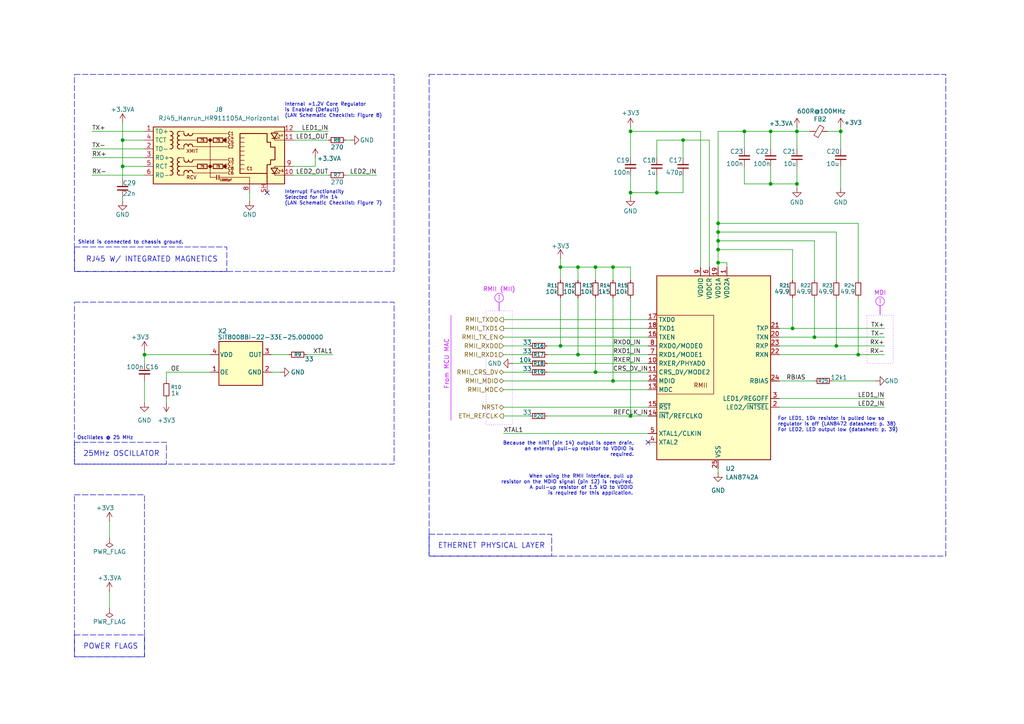
<source format=kicad_sch>
(kicad_sch (version 20250114) (generator "eeschema") (generator_version "9.0")
  (paper "A4")
  (title_block (title "Ethernet") (company "Liquid Rocketry Illinois"))
  (lib_symbols
    (symbol "Connector:RJ45_Hanrun_HR911105A_Horizontal"
      (property "Reference" "J" (at 18.415 10.16 0))
      (property "Value" "RJ45_Hanrun_HR911105A_Horizontal" (at -19.05 10.16 0))
      (symbol "RJ45_Hanrun_HR911105A_Horizontal_0_0"
        (circle (center -1.27 5.08) (radius 0.0001) (stroke (width 0.508)))
        (polyline (pts (xy -1.27 5.08) (xy -1.27 -5.715)))
        (circle (center -1.27 -2.54) (radius 0.0001) (stroke (width 0.508)))
        (polyline (pts (xy 0.635 -5.08) (xy 0.635 -6.35)) (stroke (width 0.254)))
        (polyline (pts (xy 1.27 -5.08) (xy 1.27 -6.35)) (stroke (width 0.254)))
        (polyline (pts (xy 3.048 5.08) (xy 2.54 5.08)))
        (circle (center 3.048 5.08) (radius 0.0001) (stroke (width 0.508)))
        (polyline (pts (xy 3.048 -2.54) (xy 2.54 -2.54)))
        (circle (center 3.048 -2.54) (radius 0.0001) (stroke (width 0.508)))
        (polyline (pts (xy 3.683 5.715) (xy 3.048 5.715) (xy 3.048 4.445) (xy 3.683 4.445)))
        (polyline (pts (xy 3.683 -1.905) (xy 3.048 -1.905) (xy 3.048 -3.175) (xy 3.683 -3.175)))
        (polyline (pts (xy 17.399 7.112) (xy 17.399 7.62) (xy 20.32 7.62)))
        (polyline (pts (xy 17.399 -3.048) (xy 17.399 -2.54) (xy 20.32 -2.54)))
        (polyline (pts (xy 20.32 5.08) (xy 17.399 5.08) (xy 17.399 5.588)))
        (polyline (pts (xy 20.32 -5.08) (xy 17.399 -5.08) (xy 17.399 -4.572)))
        (text "XMIT" (at -8.255 1.905 0) (effects (font (size 1.016 1.016)) (justify left)))
        (text "RCV" (at -8.255 -5.715 0) (effects (font (size 1.016 1.016)) (justify left)))
        (text "C1" (at 4.699 6.985 0) (effects (font (size 0.889 0.889))))
        (text "C4" (at 4.699 5.715 0) (effects (font (size 0.889 0.889))))
        (text "C5" (at 4.699 4.445 0) (effects (font (size 0.889 0.889))))
        (text "C2" (at 4.699 3.175 0) (effects (font (size 0.889 0.889))))
        (text "C3" (at 4.699 -0.635 0) (effects (font (size 0.889 0.889))))
        (text "C7" (at 4.699 -1.905 0) (effects (font (size 0.889 0.889))))
        (text "C8" (at 4.699 -3.175 0) (effects (font (size 0.889 0.889))))
        (text "C6" (at 4.699 -4.445 0) (effects (font (size 0.889 0.889))))
        (text "C1" (at 10.16 -3.175 0) (effects (font (size 0.889 0.889))))
      )
      (symbol "RJ45_Hanrun_HR911105A_Horizontal_0_1"
        (rectangle (start -17.78 8.89) (end 20.32 -7.62) (stroke (width 0.254)) (fill (type background)))
        (polyline (pts (xy -12.7 7.62) (xy -13.081 7.62)))
        (polyline (pts (xy -12.7 5.08) (xy -13.081 5.08)))
        (polyline (pts (xy -12.7 2.54) (xy -13.081 2.54)))
        (polyline (pts (xy -12.7 0) (xy -13.081 0)))
        (polyline (pts (xy -12.7 -2.54) (xy -13.081 -2.54)))
        (polyline (pts (xy -12.7 -5.08) (xy -13.081 -5.08)))
        (polyline (pts (xy -10.16 7.62) (xy -8.89 7.62) (xy -8.89 6.985)))
        (polyline (pts (xy -10.16 0) (xy -8.89 0) (xy -8.89 -0.635)))
        (polyline (pts (xy -8.89 3.175) (xy -8.89 2.54) (xy -10.16 2.54)))
        (polyline (pts (xy -8.89 -4.445) (xy -8.89 -5.08) (xy -10.16 -5.08)))
        (polyline (pts (xy -6.35 6.985) (xy 3.683 6.985)))
        (polyline (pts (xy -6.35 3.175) (xy 3.683 3.175)))
        (polyline (pts (xy -6.35 -4.445) (xy 3.683 -4.445)))
        (polyline (pts (xy -6.223 -0.635) (xy 3.683 -0.635)))
        (polyline (pts (xy -5.08 -2.54) (xy -10.16 -2.54)))
        (polyline (pts (xy -4.953 5.08) (xy -10.16 5.08)))
        (polyline (pts (xy -2.159 5.08) (xy -0.381 5.08)))
        (polyline (pts (xy -2.159 -2.54) (xy -0.381 -2.54)))
        (polyline (pts (xy 0.635 -5.715) (xy -1.27 -5.715)))
        (polyline (pts (xy 7.366 3.175) (xy 8.636 3.175)))
        (polyline (pts (xy 7.366 1.905) (xy 8.636 1.905)))
        (polyline (pts (xy 7.366 0.635) (xy 8.636 0.635)))
        (polyline (pts (xy 7.366 -0.762) (xy 8.636 -0.762)))
        (polyline (pts (xy 7.366 -2.032) (xy 8.636 -2.032)))
        (polyline (pts (xy 8.636 5.715) (xy 7.366 5.715)))
        (polyline (pts (xy 8.636 4.445) (xy 7.366 4.445)))
        (polyline (pts (xy 8.636 -3.302) (xy 7.366 -3.302)))
        (polyline (pts (xy 10.16 -5.715) (xy 1.27 -5.715)))
        (polyline (pts (xy 10.16 -5.715) (xy 10.16 -7.62)))
      )
      (symbol "RJ45_Hanrun_HR911105A_Horizontal_1_0"
        (text "1000pF" (at 3.302 -6.477 0) (effects (font (size 0.635 0.635))))
      )
      (symbol "RJ45_Hanrun_HR911105A_Horizontal_1_1"
        (arc (start -12.7 0) (mid -12.0677 -0.635) (end -12.7 -1.27) (stroke (width 0.254)))
        (arc (start -12.6973 7.62) (mid -12.065 6.985) (end -12.6973 6.35) (stroke (width 0.254)))
        (arc (start -12.6973 -1.27) (mid -12.065 -1.905) (end -12.6973 -2.54) (stroke (width 0.254)))
        (arc (start -12.6973 -2.54) (mid -12.065 -3.175) (end -12.6973 -3.81) (stroke (width 0.254)))
        (arc (start -12.6973 -3.81) (mid -12.065 -4.445) (end -12.6973 -5.08) (stroke (width 0.254)))
        (arc (start -12.6946 6.35) (mid -12.0623 5.715) (end -12.6946 5.08) (stroke (width 0.254)))
        (arc (start -12.6946 5.08) (mid -12.0623 4.445) (end -12.6946 3.81) (stroke (width 0.254)))
        (arc (start -12.6946 3.81) (mid -12.0623 3.175) (end -12.6946 2.54) (stroke (width 0.254)))
        (arc (start -10.1654 6.35) (mid -10.7977 6.985) (end -10.1654 7.62) (stroke (width 0.254)))
        (arc (start -10.1654 5.08) (mid -10.7977 5.715) (end -10.1654 6.35) (stroke (width 0.254)))
        (arc (start -10.1654 3.81) (mid -10.7977 4.445) (end -10.1654 5.08) (stroke (width 0.254)))
        (arc (start -10.1654 -1.27) (mid -10.7977 -0.635) (end -10.1654 0) (stroke (width 0.254)))
        (arc (start -10.1654 -2.54) (mid -10.7977 -1.905) (end -10.1654 -1.27) (stroke (width 0.254)))
        (arc (start -10.1654 -3.81) (mid -10.7977 -3.175) (end -10.1654 -2.54) (stroke (width 0.254)))
        (arc (start -10.1627 2.54) (mid -10.795 3.175) (end -10.1627 3.81) (stroke (width 0.254)))
        (arc (start -10.1627 -5.08) (mid -10.795 -4.445) (end -10.1627 -3.81) (stroke (width 0.254)))
        (arc (start -7.62 6.9823) (mid -8.255 6.35) (end -8.89 6.9823) (stroke (width 0.254)))
        (arc (start -8.89 3.3047) (mid -8.255 3.937) (end -7.62 3.3047) (stroke (width 0.254)))
        (arc (start -8.89 -4.3153) (mid -8.255 -3.683) (end -7.62 -4.3153) (stroke (width 0.254)))
        (arc (start -7.5565 -0.7012) (mid -8.1915 -1.3335) (end -8.8265 -0.7012) (stroke (width 0.254)))
        (arc (start -6.35 6.985) (mid -6.985 6.3527) (end -7.62 6.985) (stroke (width 0.254)))
        (arc (start -7.62 3.3074) (mid -6.985 3.9397) (end -6.35 3.3074) (stroke (width 0.254)))
        (arc (start -7.62 -4.3126) (mid -6.985 -3.6803) (end -6.35 -4.3126) (stroke (width 0.254)))
        (arc (start -6.2865 -0.6985) (mid -6.9215 -1.3308) (end -7.5565 -0.6985) (stroke (width 0.254)))
        (rectangle (start -4.953 5.715) (end -2.159 4.445) (stroke (width 0.254)))
        (rectangle (start -4.953 -1.905) (end -2.159 -3.175) (stroke (width 0.254)))
        (rectangle (start -0.381 5.715) (end 2.413 4.445) (stroke (width 0.254)))
        (rectangle (start -0.381 -1.905) (end 2.413 -3.175) (stroke (width 0.254)))
        (polyline (pts (xy 7.366 -4.572) (xy 7.366 6.985) (xy 15.24 6.985) (xy 15.24 4.445) (xy 16.256 4.445) (xy 16.256 3.048) (xy 17.526 3.048) (xy 17.526 -0.635) (xy 16.256 -0.635) (xy 16.256 -2.032) (xy 15.24 -2.032) (xy 15.24 -4.572) (xy 7.366 -4.572)) (stroke (width 0.254)))
        (polyline (pts (xy 15.24 -7.62) (xy 15.24 -4.572)) (stroke (width 0.254)))
        (polyline (pts (xy 18.161 5.588) (xy 16.637 5.588)) (stroke (width 0.254)))
        (polyline (pts (xy 18.161 -4.572) (xy 16.637 -4.572)) (stroke (width 0.254)))
        (polyline (pts (xy 18.288 7.112) (xy 16.383 7.112) (xy 17.399 5.588) (xy 18.288 7.112)) (stroke (width 0.254)))
        (polyline (pts (xy 18.288 6.096) (xy 18.796 5.588) (xy 18.542 5.588)))
        (polyline (pts (xy 18.288 -3.048) (xy 16.383 -3.048) (xy 17.399 -4.572) (xy 18.288 -3.048)) (stroke (width 0.254)))
        (polyline (pts (xy 18.288 -4.064) (xy 18.796 -4.572) (xy 18.542 -4.572)))
        (polyline (pts (xy 18.542 6.731) (xy 19.05 6.223) (xy 18.796 6.223)))
        (polyline (pts (xy 18.542 -3.429) (xy 19.05 -3.937) (xy 18.796 -3.937)))
        (polyline (pts (xy 18.796 5.588) (xy 18.796 5.842)))
        (polyline (pts (xy 18.796 -4.572) (xy 18.796 -4.318)))
        (polyline (pts (xy 19.05 6.223) (xy 19.05 6.477)))
        (polyline (pts (xy 19.05 -3.937) (xy 19.05 -3.683)))
        (text "75" (at -3.556 5.08 0) (effects (font (size 0.635 0.635))))
        (text "75" (at -3.556 -2.54 0) (effects (font (size 0.635 0.635))))
        (text "75" (at 1.016 5.08 0) (effects (font (size 0.635 0.635))))
        (text "75" (at 1.016 -2.54 0) (effects (font (size 0.635 0.635))))
        (text "Y" (at 19.558 6.35 0) (effects (font (size 0.635 0.635))))
        (text "G" (at 19.685 -3.81 0) (effects (font (size 0.635 0.635))))
        (pin passive line (at -20.32 7.62 0) (length 2.54) (name "TD+") (number "1"))
        (pin passive line (at -20.32 5.08 0) (length 2.54) (name "TCT") (number "4"))
        (pin passive line (at -20.32 2.54 0) (length 2.54) (name "TD-") (number "2"))
        (pin passive line (at -20.32 0 0) (length 2.54) (name "RD+") (number "3"))
        (pin passive line (at -20.32 -2.54 0) (length 2.54) (name "RCT") (number "5"))
        (pin passive line (at -20.32 -5.08 0) (length 2.54) (name "RD-") (number "6"))
        (pin power_in line (at 10.16 -10.16 90) (length 2.54) (name "") (number "8"))
        (pin passive line (at 15.24 -10.16 90) (length 2.54) (name "") (number "SH"))
        (pin no_connect line (at 20.32 0 0) (length 0) (hide yes) (name "NC") (number "7"))
        (pin passive line (at 22.86 7.62 180) (length 2.54) (name "") (number "12"))
        (pin passive line (at 22.86 5.08 180) (length 2.54) (name "") (number "11"))
        (pin passive line (at 22.86 -2.54 180) (length 2.54) (name "") (number "9"))
        (pin passive line (at 22.86 -5.08 180) (length 2.54) (name "") (number "10"))
      )
    )
    (symbol "Device:C_Small" (pin_numbers (hide yes)) (pin_names (offset 0.254) (hide yes))
      (property "Reference" "C" (at 0.254 1.778 0))
      (property "Value" "C_Small" (at 0.254 -2.032 0))
      (symbol "C_Small_0_1"
        (polyline (pts (xy -1.524 0.508) (xy 1.524 0.508)) (stroke (width 0.3048)))
        (polyline (pts (xy -1.524 -0.508) (xy 1.524 -0.508)) (stroke (width 0.3302)))
      )
      (symbol "C_Small_1_1"
        (pin passive line (at 0 2.54 270) (length 2.032) (name "~") (number "1"))
        (pin passive line (at 0 -2.54 90) (length 2.032) (name "~") (number "2"))
      )
    )
    (symbol "Device:FerriteBead_Small" (pin_numbers (hide yes)) (pin_names (offset 0))
      (property "Reference" "FB" (at 1.905 1.27 0))
      (property "Value" "FerriteBead_Small" (at 1.905 -1.27 0))
      (symbol "FerriteBead_Small_0_1"
        (polyline (pts (xy -1.8288 0.2794) (xy -1.1176 1.4986) (xy 1.8288 -0.2032) (xy 1.1176 -1.4224) (xy -1.8288 0.2794)))
        (polyline (pts (xy 0 0.889) (xy 0 1.2954)))
        (polyline (pts (xy 0 -1.27) (xy 0 -0.7874)))
      )
      (symbol "FerriteBead_Small_1_1"
        (pin passive line (at 0 2.54 270) (length 1.27) (name "~") (number "1"))
        (pin passive line (at 0 -2.54 90) (length 1.27) (name "~") (number "2"))
      )
    )
    (symbol "Device:R_Small" (pin_numbers (hide yes)) (pin_names (offset 0.254) (hide yes))
      (property "Reference" "R" (at 0 0 90))
      (property "Value" "R_Small" (at 1.778 0 90))
      (symbol "R_Small_0_1"
        (rectangle (start -0.762 1.778) (end 0.762 -1.778) (stroke (width 0.2032)))
      )
      (symbol "R_Small_1_1"
        (pin passive line (at 0 2.54 270) (length 0.762) (name "~") (number "1"))
        (pin passive line (at 0 -2.54 90) (length 0.762) (name "~") (number "2"))
      )
    )
    (symbol "Interface_Ethernet:LAN8742A"
      (property "Reference" "U" (at -13.97 29.21 0))
      (property "Value" "LAN8742A" (at 15.24 29.21 0))
      (symbol "LAN8742A_0_0"
        (text "RMII" (at -5.08 -3.81 0) (effects (font (size 1.27 1.27))))
      )
      (symbol "LAN8742A_0_1"
        (rectangle (start -17.78 27.94) (end 15.24 -25.4) (stroke (width 0.254)) (fill (type background)))
        (polyline (pts (xy -17.78 -6.35) (xy -1.27 -6.35) (xy -1.27 16.51) (xy -17.78 16.51)))
      )
      (symbol "LAN8742A_1_1"
        (pin input line (at -20.32 15.24 0) (length 2.54) (name "TXD0") (number "17"))
        (pin input line (at -20.32 12.7 0) (length 2.54) (name "TXD1") (number "18"))
        (pin input line (at -20.32 10.16 0) (length 2.54) (name "TXEN") (number "16"))
        (pin bidirectional line (at -20.32 7.62 0) (length 2.54) (name "RXD0/MODE0") (number "8"))
        (pin bidirectional line (at -20.32 5.08 0) (length 2.54) (name "RXD1/MODE1") (number "7"))
        (pin output line (at -20.32 2.54 0) (length 2.54) (name "RXER/PHYAD0") (number "10"))
        (pin bidirectional line (at -20.32 0 0) (length 2.54) (name "CRS_DV/MODE2") (number "11"))
        (pin bidirectional line (at -20.32 -2.54 0) (length 2.54) (name "MDIO") (number "12"))
        (pin input line (at -20.32 -5.08 0) (length 2.54) (name "MDC") (number "13"))
        (pin input line (at -20.32 -10.16 0) (length 2.54) (name "~{RST}") (number "15"))
        (pin output line (at -20.32 -12.7 0) (length 2.54) (name "~{INT}/REFCLKO") (number "14"))
        (pin input line (at -20.32 -17.78 0) (length 2.54) (name "XTAL1/CLKIN") (number "5"))
        (pin output line (at -20.32 -20.32 0) (length 2.54) (name "XTAL2") (number "4"))
        (pin power_in line (at -5.08 30.48 270) (length 2.54) (name "VDDIO") (number "9"))
        (pin power_in line (at -2.54 30.48 270) (length 2.54) (name "VDDCR") (number "6"))
        (pin power_in line (at 0 30.48 270) (length 2.54) (name "VDD1A") (number "19"))
        (pin power_in line (at 0 -27.94 90) (length 2.54) (name "VSS") (number "25"))
        (pin power_in line (at 2.54 30.48 270) (length 2.54) (name "VDD2A") (number "1"))
        (pin passive line (at 17.78 12.7 180) (length 2.54) (name "TXP") (number "21"))
        (pin passive line (at 17.78 10.16 180) (length 2.54) (name "TXN") (number "20"))
        (pin passive line (at 17.78 7.62 180) (length 2.54) (name "RXP") (number "23"))
        (pin passive line (at 17.78 5.08 180) (length 2.54) (name "RXN") (number "22"))
        (pin passive line (at 17.78 -2.54 180) (length 2.54) (name "RBIAS") (number "24"))
        (pin bidirectional line (at 17.78 -7.62 180) (length 2.54) (name "LED1/REGOFF") (number "3"))
        (pin bidirectional line (at 17.78 -10.16 180) (length 2.54) (name "LED2/~{INTSEL}") (number "2"))
      )
    )
    (symbol "SIT8008BI-22-33E-25.000000_1" (pin_names (offset 0.254))
      (property "Reference" "X" (at -5.842 9.906 0))
      (property "Value" "SIT8008BI-22-33E-25.000000" (at 8.636 7.874 0))
      (symbol "SIT8008BI-22-33E-25.000000_1_0_1"
        (rectangle (start -6.35 6.35) (end 6.35 -6.35) (stroke (width 0.254)) (fill (type background)))
        (pin output line (at -8.89 2.54 0) (length 2.54) (name "OE") (number "1"))
        (pin power_in line (at -8.89 -2.54 0) (length 2.54) (name "VDD") (number "4"))
        (pin output line (at 8.89 -2.54 180) (length 2.54) (name "OUT") (number "3"))
      )
      (symbol "SIT8008BI-22-33E-25.000000_1_1_1"
        (pin power_in line (at 8.89 2.54 180) (length 2.54) (name "GND") (number "2"))
      )
    )
    (symbol "power:+3.3VA" (power) (pin_numbers (hide yes)) (pin_names (offset 0) (hide yes))
      (property "Value" "+3.3VA" (at 0 3.556 0))
      (symbol "+3.3VA_0_1"
        (polyline (pts (xy -0.762 1.27) (xy 0 2.54)))
        (polyline (pts (xy 0 2.54) (xy 0.762 1.27)))
        (polyline (pts (xy 0 0) (xy 0 2.54)))
      )
      (symbol "+3.3VA_1_1"
        (pin power_in line (at 0 0 90) (length 0) (name "~") (number "1"))
      )
    )
    (symbol "power:+3V3" (power) (pin_numbers (hide yes)) (pin_names (offset 0) (hide yes))
      (property "Value" "+3V3" (at 0 3.556 0))
      (symbol "+3V3_0_1"
        (polyline (pts (xy -0.762 1.27) (xy 0 2.54)))
        (polyline (pts (xy 0 2.54) (xy 0.762 1.27)))
        (polyline (pts (xy 0 0) (xy 0 2.54)))
      )
      (symbol "+3V3_1_1"
        (pin power_in line (at 0 0 90) (length 0) (name "~") (number "1"))
      )
    )
    (symbol "power:GND" (power) (pin_numbers (hide yes)) (pin_names (offset 0) (hide yes))
      (property "Value" "GND" (at 0 -3.81 0))
      (symbol "GND_0_1"
        (polyline (pts (xy 0 0) (xy 0 -1.27) (xy 1.27 -1.27) (xy 0 -2.54) (xy -1.27 -1.27) (xy 0 -1.27)))
      )
      (symbol "GND_1_1"
        (pin power_in line (at 0 0 270) (length 0) (name "~") (number "1"))
      )
    )
    (symbol "power:PWR_FLAG" (power) (pin_numbers (hide yes)) (pin_names (offset 0) (hide yes))
      (property "Value" "PWR_FLAG" (at 0 3.81 0))
      (symbol "PWR_FLAG_0_0"
        (pin power_out line (at 0 0 90) (length 0) (name "~") (number "1"))
      )
      (symbol "PWR_FLAG_0_1"
        (polyline (pts (xy 0 0) (xy 0 1.27) (xy -1.016 1.905) (xy 0 2.54) (xy 1.016 1.905) (xy 0 1.27)))
      )
    )
  )
  (circle (center 255.27 87.376) (radius 1.27) (stroke (width 0) (color 194 12 255 1)))
  (rectangle (start 124.46 154.94) (end 160.02 161.29) (stroke (width 0) (type dash)))
  (circle (center 144.78 86.36) (radius 1.27) (stroke (width 0) (color 194 12 255 1)))
  (rectangle (start 124.46 21.59) (end 274.32 161.29) (stroke (width 0) (type dash)))
  (rectangle (start 140.97 90.17) (end 148.59 123.19) (stroke (width 0) (type dot) (color 194 12 255 1)))
  (rectangle (start 251.46 91.44) (end 259.08 105.41) (stroke (width 0) (type dot) (color 194 12 255 1)))
  (rectangle (start 21.59 143.51) (end 41.91 190.5) (stroke (width 0) (type dash)))
  (rectangle (start 21.59 21.59) (end 114.3 78.74) (stroke (width 0) (type dash)))
  (rectangle (start 21.59 87.63) (end 114.3 134.62) (stroke (width 0) (type dash)))
  (rectangle (start 21.59 128.27) (end 48.26 134.62) (stroke (width 0) (type dash)))
  (rectangle (start 21.59 184.15) (end 41.91 190.5) (stroke (width 0) (type dash)))
  (rectangle (start 21.59 71.628) (end 65.786 78.74) (stroke (width 0) (type dash)))
  (text "POWER FLAGS\n" (at 24.13 188.468 0) (effects (font (size 1.524 1.524)) (justify left bottom)))
  (text "From MCU MAC" (at 129.54 105.664 90) (effects (font (size 1.27 1.27))))
  (text "ETHERNET PHYSICAL LAYER\n" (at 127 159.258 0) (effects (font (size 1.524 1.524)) (justify left bottom)))
  (text "RJ45 W/ INTEGRATED MAGNETICS\n" (at 24.892 76.2 0) (effects (font (size 1.524 1.524)) (justify left bottom)))
  (text "Shield is connected to chassis ground." (at 22.606 70.358 0) (effects (font (size 1.016 1.016)) (justify left)))
  (text "i" (at 144.78 86.614 0) (effects (font (size 1.27 1.27) (thickness 0.1588))))
  (text "For LED1, 10k resistor is pulled low so \nregulator is off (LAN8472 datasheet: p. 38)\nFor LED2, LED output low (datasheet: p. 39)" (at 225.552 120.904 0) (effects (font (size 1.016 1.016)) (justify left top)))
  (text "Interrupt Functionality \nSelected for Pin 14\n(LAN Schematic Checklist: Figure 7)" (at 82.55 57.404 0) (effects (font (size 1.016 1.016)) (justify left)))
  (text "When using the RMII interface, pull up \nresistor on the MDIO signal (pin 12) is required. \nA pull-up resistor of 1.5 kΩ to VDDIO \nis required for this application. " (at 184.404 140.716 0) (effects (font (size 1.016 1.016)) (justify right)))
  (text "RMII (MII)" (at 144.78 84.074 0) (effects (font (size 1.27 1.27) (thickness 0.1588))))
  (text "25MHz OSCILLATOR\n" (at 24.13 132.588 0) (effects (font (size 1.524 1.524)) (justify left bottom)))
  (text "i" (at 255.27 87.63 0) (effects (font (size 1.27 1.27) (thickness 0.1588))))
  (text "Oscillates @ 25 MHz" (at 22.352 126.492 0) (effects (font (size 1.016 1.016)) (justify left top)))
  (text "MDI" (at 255.27 85.09 0) (effects (font (size 1.27 1.27) (thickness 0.1588))))
  (text "Internal +1.2V Core Regulator \nis Enabled (Default)\n(LAN Schematic Checklist: Figure 8)" (at 82.55 32.004 0) (effects (font (size 1.016 1.016)) (justify left)))
  (text "Because the nINT (pin 14) output is open drain, \nan external pull-up resistor to VDDIO is \nrequired. " (at 184.658 130.302 0) (effects (font (size 1.016 1.016)) (justify right)))
  (junction (at 198.12 40.64))
  (junction (at 182.88 38.1))
  (junction (at 172.72 107.95))
  (junction (at 215.9 38.1))
  (junction (at 208.28 64.77))
  (junction (at 177.8 110.49))
  (junction (at 167.64 102.87))
  (junction (at 167.64 77.47))
  (junction (at 243.84 38.1))
  (junction (at 208.28 67.31))
  (junction (at 172.72 77.47))
  (junction (at 231.14 38.1))
  (junction (at 177.8 77.47))
  (junction (at 35.56 40.64))
  (junction (at 208.28 69.85))
  (junction (at 182.88 120.65))
  (junction (at 236.22 97.79))
  (junction (at 190.5 55.88))
  (junction (at 231.14 53.34))
  (junction (at 35.56 48.26))
  (junction (at 182.88 55.88))
  (junction (at 208.28 76.2))
  (junction (at 41.91 102.87))
  (junction (at 223.52 38.1))
  (junction (at 248.92 102.87))
  (junction (at 223.52 53.34))
  (junction (at 162.56 77.47))
  (junction (at 242.57 100.33))
  (junction (at 162.56 100.33))
  (junction (at 229.87 95.25))
  (junction (at 208.28 72.39))
  (no_connect (at 187.96 128.27))
  (no_connect (at 77.47 55.88))
  (wire (pts (xy 41.91 102.87) (xy 60.96 102.87)))
  (wire (pts (xy 236.22 69.85) (xy 236.22 81.28)))
  (wire (pts (xy 208.28 38.1) (xy 215.9 38.1)))
  (wire (pts (xy 35.56 48.26) (xy 41.91 48.26)))
  (wire (pts (xy 146.05 107.95) (xy 153.67 107.95)))
  (wire (pts (xy 167.64 86.36) (xy 167.64 102.87)))
  (wire (pts (xy 31.75 171.45) (xy 31.75 176.53)))
  (wire (pts (xy 229.87 95.25) (xy 256.54 95.25)))
  (wire (pts (xy 215.9 38.1) (xy 215.9 43.18)))
  (wire (pts (xy 35.56 40.64) (xy 35.56 48.26)))
  (wire (pts (xy 162.56 100.33) (xy 187.96 100.33)))
  (wire (pts (xy 231.14 53.34) (xy 231.14 54.61)))
  (wire (pts (xy 215.9 48.26) (xy 215.9 53.34)))
  (wire (pts (xy 182.88 120.65) (xy 187.96 120.65)))
  (wire (pts (xy 172.72 86.36) (xy 172.72 107.95)))
  (wire (pts (xy 146.05 118.11) (xy 187.96 118.11)))
  (wire (pts (xy 26.67 50.8) (xy 41.91 50.8)))
  (wire (pts (xy 208.28 67.31) (xy 242.57 67.31)))
  (wire (pts (xy 146.05 95.25) (xy 187.96 95.25)))
  (wire (pts (xy 48.26 107.95) (xy 48.26 110.49)))
  (wire (pts (xy 31.75 151.13) (xy 31.75 156.21)))
  (wire (pts (xy 167.64 102.87) (xy 187.96 102.87)))
  (wire (pts (xy 162.56 86.36) (xy 162.56 100.33)))
  (wire (pts (xy 242.57 100.33) (xy 242.57 86.36)))
  (wire (pts (xy 231.14 38.1) (xy 223.52 38.1)))
  (wire (pts (xy 158.75 100.33) (xy 162.56 100.33)))
  (wire (pts (xy 248.92 86.36) (xy 248.92 102.87)))
  (wire (pts (xy 162.56 77.47) (xy 167.64 77.47)))
  (wire (pts (xy 182.88 77.47) (xy 182.88 81.28)))
  (wire (pts (xy 208.28 135.89) (xy 208.28 137.16)))
  (wire (pts (xy 78.74 102.87) (xy 83.82 102.87)))
  (wire (pts (xy 177.8 77.47) (xy 177.8 81.28)))
  (wire (pts (xy 231.14 53.34) (xy 223.52 53.34)))
  (wire (pts (xy 208.28 72.39) (xy 229.87 72.39)))
  (wire (pts (xy 88.9 102.87) (xy 96.52 102.87)))
  (wire (pts (xy 162.56 81.28) (xy 162.56 77.47)))
  (wire (pts (xy 146.05 113.03) (xy 187.96 113.03)))
  (wire (pts (xy 226.06 110.49) (xy 236.22 110.49)))
  (wire (pts (xy 243.84 38.1) (xy 240.03 38.1)))
  (wire (pts (xy 172.72 77.47) (xy 172.72 81.28)))
  (wire (pts (xy 100.33 50.8) (xy 109.22 50.8)))
  (wire (pts (xy 72.39 55.88) (xy 72.39 58.42)))
  (wire (pts (xy 208.28 77.47) (xy 208.28 76.2)))
  (wire (pts (xy 208.28 76.2) (xy 210.82 76.2)))
  (wire (pts (xy 198.12 50.8) (xy 198.12 55.88)))
  (wire (pts (xy 85.09 50.8) (xy 95.25 50.8)))
  (wire (pts (xy 158.75 105.41) (xy 187.96 105.41)))
  (wire (pts (xy 158.75 102.87) (xy 167.64 102.87)))
  (wire (pts (xy 41.91 110.49) (xy 41.91 116.84)))
  (wire (pts (xy 226.06 95.25) (xy 229.87 95.25)))
  (wire (pts (xy 26.67 43.18) (xy 41.91 43.18)))
  (polyline (pts (xy 255.27 88.646) (xy 255.27 91.186)) (stroke (width 0) (type solid) (color 194 12 255 1)))
  (wire (pts (xy 91.44 45.72) (xy 91.44 48.26)))
  (wire (pts (xy 146.05 92.71) (xy 187.96 92.71)))
  (wire (pts (xy 241.3 110.49) (xy 254 110.49)))
  (wire (pts (xy 81.28 107.95) (xy 78.74 107.95)))
  (wire (pts (xy 234.95 38.1) (xy 231.14 38.1)))
  (wire (pts (xy 26.67 38.1) (xy 41.91 38.1)))
  (wire (pts (xy 146.05 125.73) (xy 187.96 125.73)))
  (wire (pts (xy 172.72 107.95) (xy 187.96 107.95)))
  (wire (pts (xy 226.06 102.87) (xy 248.92 102.87)))
  (wire (pts (xy 226.06 118.11) (xy 256.54 118.11)))
  (wire (pts (xy 26.67 45.72) (xy 41.91 45.72)))
  (wire (pts (xy 208.28 67.31) (xy 208.28 69.85)))
  (wire (pts (xy 226.06 115.57) (xy 256.54 115.57)))
  (wire (pts (xy 182.88 50.8) (xy 182.88 55.88)))
  (wire (pts (xy 231.14 48.26) (xy 231.14 53.34)))
  (wire (pts (xy 223.52 38.1) (xy 223.52 43.18)))
  (wire (pts (xy 100.33 40.64) (xy 101.6 40.64)))
  (polyline (pts (xy 130.81 91.44) (xy 130.81 121.92)) (stroke (width 0) (type solid) (color 194 12 255 1)))
  (wire (pts (xy 190.5 40.64) (xy 198.12 40.64)))
  (wire (pts (xy 182.88 57.15) (xy 182.88 55.88)))
  (wire (pts (xy 172.72 77.47) (xy 177.8 77.47)))
  (wire (pts (xy 182.88 38.1) (xy 203.2 38.1)))
  (wire (pts (xy 158.75 120.65) (xy 182.88 120.65)))
  (wire (pts (xy 198.12 55.88) (xy 190.5 55.88)))
  (wire (pts (xy 231.14 38.1) (xy 231.14 43.18)))
  (wire (pts (xy 243.84 38.1) (xy 243.84 43.18)))
  (wire (pts (xy 208.28 38.1) (xy 208.28 64.77)))
  (wire (pts (xy 177.8 86.36) (xy 177.8 110.49)))
  (wire (pts (xy 223.52 48.26) (xy 223.52 53.34)))
  (wire (pts (xy 35.56 35.56) (xy 35.56 40.64)))
  (wire (pts (xy 198.12 40.64) (xy 198.12 45.72)))
  (polyline (pts (xy 255.27 88.646) (xy 255.27 91.186)) (stroke (width 0) (type solid) (color 194 12 255 1)))
  (wire (pts (xy 85.09 40.64) (xy 95.25 40.64)))
  (wire (pts (xy 226.06 97.79) (xy 236.22 97.79)))
  (wire (pts (xy 48.26 115.57) (xy 48.26 116.84)))
  (wire (pts (xy 41.91 105.41) (xy 41.91 102.87)))
  (wire (pts (xy 223.52 53.34) (xy 215.9 53.34)))
  (wire (pts (xy 182.88 55.88) (xy 190.5 55.88)))
  (wire (pts (xy 182.88 86.36) (xy 182.88 120.65)))
  (wire (pts (xy 198.12 40.64) (xy 205.74 40.64)))
  (wire (pts (xy 205.74 40.64) (xy 205.74 77.47)))
  (wire (pts (xy 203.2 38.1) (xy 203.2 77.47)))
  (wire (pts (xy 229.87 95.25) (xy 229.87 86.36)))
  (wire (pts (xy 162.56 74.93) (xy 162.56 77.47)))
  (wire (pts (xy 146.05 100.33) (xy 153.67 100.33)))
  (wire (pts (xy 248.92 64.77) (xy 248.92 81.28)))
  (wire (pts (xy 146.05 102.87) (xy 153.67 102.87)))
  (wire (pts (xy 190.5 55.88) (xy 190.5 50.8)))
  (wire (pts (xy 146.05 97.79) (xy 187.96 97.79)))
  (wire (pts (xy 35.56 40.64) (xy 41.91 40.64)))
  (polyline (pts (xy 144.78 87.63) (xy 144.78 90.17)) (stroke (width 0) (type solid) (color 194 12 255 1)))
  (wire (pts (xy 182.88 36.83) (xy 182.88 38.1)))
  (wire (pts (xy 236.22 97.79) (xy 256.54 97.79)))
  (wire (pts (xy 248.92 102.87) (xy 256.54 102.87)))
  (wire (pts (xy 85.09 48.26) (xy 91.44 48.26)))
  (wire (pts (xy 236.22 86.36) (xy 236.22 97.79)))
  (wire (pts (xy 208.28 69.85) (xy 236.22 69.85)))
  (wire (pts (xy 146.05 110.49) (xy 177.8 110.49)))
  (wire (pts (xy 210.82 76.2) (xy 210.82 77.47)))
  (wire (pts (xy 148.59 105.41) (xy 153.67 105.41)))
  (wire (pts (xy 208.28 72.39) (xy 208.28 76.2)))
  (wire (pts (xy 35.56 57.15) (xy 35.56 58.42)))
  (wire (pts (xy 223.52 38.1) (xy 215.9 38.1)))
  (wire (pts (xy 158.75 107.95) (xy 172.72 107.95)))
  (wire (pts (xy 242.57 67.31) (xy 242.57 81.28)))
  (wire (pts (xy 177.8 110.49) (xy 187.96 110.49)))
  (wire (pts (xy 242.57 100.33) (xy 256.54 100.33)))
  (polyline (pts (xy 144.78 87.63) (xy 144.78 90.17)) (stroke (width 0) (type solid) (color 194 12 255 1)))
  (wire (pts (xy 243.84 48.26) (xy 243.84 54.61)))
  (wire (pts (xy 208.28 64.77) (xy 248.92 64.77)))
  (wire (pts (xy 167.64 77.47) (xy 172.72 77.47)))
  (wire (pts (xy 231.14 36.83) (xy 231.14 38.1)))
  (wire (pts (xy 177.8 77.47) (xy 182.88 77.47)))
  (wire (pts (xy 41.91 101.6) (xy 41.91 102.87)))
  (wire (pts (xy 243.84 36.83) (xy 243.84 38.1)))
  (wire (pts (xy 146.05 120.65) (xy 153.67 120.65)))
  (wire (pts (xy 167.64 77.47) (xy 167.64 81.28)))
  (wire (pts (xy 182.88 38.1) (xy 182.88 45.72)))
  (wire (pts (xy 226.06 100.33) (xy 242.57 100.33)))
  (wire (pts (xy 190.5 40.64) (xy 190.5 45.72)))
  (wire (pts (xy 35.56 48.26) (xy 35.56 52.07)))
  (wire (pts (xy 85.09 38.1) (xy 95.25 38.1)))
  (wire (pts (xy 60.96 107.95) (xy 48.26 107.95)))
  (wire (pts (xy 229.87 72.39) (xy 229.87 81.28)))
  (wire (pts (xy 208.28 64.77) (xy 208.28 67.31)))
  (wire (pts (xy 208.28 69.85) (xy 208.28 72.39)))
  (label "TX-" (at 26.67 43.18 0))
  (label "XTAL1" (at 146.05 125.73 0))
  (label "RX+" (at 256.54 100.33 180))
  (label "LED1_OUT" (at 95.25 40.64 180))
  (label "TX+" (at 256.54 95.25 180))
  (label "RXD0_IN" (at 177.8 100.33 0))
  (label "TX+" (at 26.67 38.1 0))
  (label "RX-" (at 26.67 50.8 0))
  (label "RXER_IN" (at 177.8 105.41 0))
  (label "OE" (at 49.53 107.95 0))
  (label "RBIAS" (at 233.68 110.49 180))
  (label "LED1_IN" (at 95.25 38.1 180))
  (label "TX-" (at 256.54 97.79 180))
  (label "LED2_IN" (at 109.22 50.8 180))
  (label "RX+" (at 26.67 45.72 0))
  (label "XTAL1" (at 96.52 102.87 180))
  (label "REFCLK_IN" (at 177.8 120.65 0))
  (label "RX-" (at 256.54 102.87 180))
  (label "LED1_IN" (at 256.54 115.57 180))
  (label "RXD1_IN" (at 177.8 102.87 0))
  (label "CRS_DV_IN" (at 177.8 107.95 0))
  (label "LED2_OUT" (at 95.25 50.8 180))
  (label "LED2_IN" (at 256.54 118.11 180))
  (hierarchical_label "RMII_TX_EN" (shape bidirectional) (at 146.05 97.79 180))
  (hierarchical_label "RMII_CRS_DV" (shape bidirectional) (at 146.05 107.95 180))
  (hierarchical_label "RMII_MDC" (shape bidirectional) (at 146.05 113.03 180))
  (hierarchical_label "RMII_RXD1" (shape input) (at 146.05 102.87 180))
  (hierarchical_label "RMII_MDIO" (shape bidirectional) (at 146.05 110.49 180))
  (hierarchical_label "RMII_TXD1" (shape output) (at 146.05 95.25 180))
  (hierarchical_label "RMII_RXD0" (shape input) (at 146.05 100.33 180))
  (hierarchical_label "RMII_TXD0" (shape output) (at 146.05 92.71 180))
  (hierarchical_label "ETH_REFCLK" (shape output) (at 146.05 120.65 180))
  (hierarchical_label "NRST" (shape tri_state) (at 146.05 118.11 180))
  (symbol (lib_id "Device:R_Small") (at 156.21 100.33 90) (unit 1)
    (property "Reference" "R16" (at 156.21 100.33 90) (effects (font (size 1.016 1.016))))
    (property "Value" "33" (at 152.908 99.314 90))
    (property "Footprint" "Resistor_SMD:R_0603_1608Metric" (effects (hide yes)))
    (property "Description" "Resistor, small symbol" (effects (hide yes)))
  )
  (symbol (lib_id "Device:C_Small") (at 231.14 45.72 180) (unit 1)
    (property "Reference" "C21" (at 230.886 43.942 0) (effects (justify left)))
    (property "Value" "10u" (at 229.108 47.498 0))
    (property "Footprint" "Capacitor_SMD:C_0603_1608Metric" (effects (hide yes)))
    (property "Description" "Unpolarized capacitor, small symbol" (effects (hide yes)))
  )
  (symbol (lib_id "Device:R_Small") (at 162.56 83.82 0) (unit 1)
    (property "Reference" "R11" (at 161.798 82.804 0) (effects (font (size 1.016 1.016)) (justify right)))
    (property "Value" "10k" (at 160.02 84.582 0))
    (property "Footprint" "Resistor_SMD:R_0603_1608Metric" (effects (hide yes)))
    (property "Description" "Resistor, small symbol" (effects (hide yes)))
  )
  (symbol (lib_id "power:+3.3VA") (at 91.44 45.72 0) (unit 1)
    (property "Reference" "#PWR041" (effects (hide yes)))
    (property "Value" "+3.3VA" (at 91.948 45.974 0) (effects (justify left)))
    (property "Description" "Power symbol creates a global label with name \"+3.3VA\"" (effects (hide yes)))
  )
  (symbol (lib_id "Device:R_Small") (at 236.22 83.82 0) (unit 1)
    (property "Reference" "R22" (at 235.204 82.804 0) (effects (font (size 1.016 1.016)) (justify right)))
    (property "Value" "49.9" (at 233.172 84.582 0))
    (property "Footprint" "Resistor_SMD:R_0603_1608Metric" (effects (hide yes)))
    (property "Description" "Resistor, small symbol" (effects (hide yes)))
  )
  (symbol (lib_id "Device:R_Small") (at 167.64 83.82 0) (unit 1)
    (property "Reference" "R12" (at 166.878 82.804 0) (effects (font (size 1.016 1.016)) (justify right)))
    (property "Value" "10k" (at 165.1 84.582 0))
    (property "Footprint" "Resistor_SMD:R_0603_1608Metric" (effects (hide yes)))
    (property "Description" "Resistor, small symbol" (effects (hide yes)))
  )
  (symbol (lib_id "Device:C_Small") (at 190.5 48.26 180) (unit 1)
    (property "Reference" "C18" (at 190.246 46.482 0) (effects (justify left)))
    (property "Value" "1u" (at 188.976 50.038 0))
    (property "Footprint" "Capacitor_SMD:C_0603_1608Metric" (effects (hide yes)))
    (property "Description" "Unpolarized capacitor, small symbol" (effects (hide yes)))
  )
  (symbol (lib_id "power:PWR_FLAG") (at 31.75 176.53 180) (unit 1)
    (property "Reference" "#FLG06" (effects (hide yes)))
    (property "Value" "PWR_FLAG" (at 31.75 180.34 0))
    (property "Description" "Special symbol for telling ERC where power comes from" (effects (hide yes)))
  )
  (symbol (lib_id "Device:R_Small") (at 177.8 83.82 0) (unit 1)
    (property "Reference" "R14" (at 177.038 82.804 0) (effects (font (size 1.016 1.016)) (justify right)))
    (property "Value" "1k5" (at 175.26 84.582 0))
    (property "Footprint" "Resistor_SMD:R_0603_1608Metric" (effects (hide yes)))
    (property "Description" "Resistor, small symbol" (effects (hide yes)))
  )
  (symbol (lib_id "power:+3V3") (at 162.56 74.93 0) (unit 1)
    (property "Reference" "#PWR013" (effects (hide yes)))
    (property "Value" "+3V3" (at 162.56 71.374 0))
    (property "Description" "Power symbol creates a global label with name \"+3V3\"" (effects (hide yes)))
  )
  (symbol (lib_id "Device:FerriteBead_Small") (at 237.49 38.1 270) (unit 1)
    (property "Reference" "FB2" (at 235.966 34.544 90) (effects (justify left)))
    (property "Value" "600R@100MHz" (at 231.14 32.258 90) (effects (justify left)))
    (property "Footprint" "Inductor_SMD:L_0603_1608Metric" (effects (hide yes)))
    (property "Description" "Ferrite bead, small symbol" (effects (hide yes)))
  )
  (symbol (lib_id "Device:R_Small") (at 156.21 102.87 90) (unit 1)
    (property "Reference" "R17" (at 156.21 102.87 90) (effects (font (size 1.016 1.016))))
    (property "Value" "33" (at 152.908 101.854 90))
    (property "Footprint" "Resistor_SMD:R_0603_1608Metric" (effects (hide yes)))
    (property "Description" "Resistor, small symbol" (effects (hide yes)))
  )
  (symbol (lib_id "Device:R_Small") (at 97.79 50.8 90) (unit 1)
    (property "Reference" "R7" (at 97.79 50.8 90) (effects (font (size 1.016 1.016))))
    (property "Value" "270" (at 97.79 52.832 90))
    (property "Footprint" "Resistor_SMD:R_0603_1608Metric" (effects (hide yes)))
    (property "Description" "Resistor, small symbol" (effects (hide yes)))
  )
  (symbol (lib_id "Device:R_Small") (at 242.57 83.82 0) (unit 1)
    (property "Reference" "R23" (at 241.554 82.804 0) (effects (font (size 1.016 1.016)) (justify right)))
    (property "Value" "49.9" (at 239.522 84.582 0))
    (property "Footprint" "Resistor_SMD:R_0603_1608Metric" (effects (hide yes)))
    (property "Description" "Resistor, small symbol" (effects (hide yes)))
  )
  (symbol (lib_id "power:GND") (at 254 110.49 90) (unit 1)
    (property "Reference" "#PWR04" (effects (hide yes)))
    (property "Value" "GND" (at 256.54 110.49 90) (effects (justify right)))
    (property "Description" "Power symbol creates a global label with name \"GND\" , ground" (effects (hide yes)))
  )
  (symbol (lib_id "power:GND") (at 208.28 137.16 0) (unit 1)
    (property "Reference" "#PWR05" (effects (hide yes)))
    (property "Value" "GND" (at 208.28 142.24 0))
    (property "Description" "Power symbol creates a global label with name \"GND\" , ground" (effects (hide yes)))
  )
  (symbol (lib_id "power:PWR_FLAG") (at 31.75 156.21 180) (unit 1)
    (property "Reference" "#FLG01" (effects (hide yes)))
    (property "Value" "PWR_FLAG" (at 31.75 160.02 0))
    (property "Description" "Special symbol for telling ERC where power comes from" (effects (hide yes)))
  )
  (symbol (lib_id "power:+3V3") (at 41.91 101.6 0) (unit 1)
    (property "Reference" "#PWR01" (effects (hide yes)))
    (property "Value" "+3V3" (at 40.64 97.79 0))
    (property "Description" "Power symbol creates a global label with name \"+3V3\"" (effects (hide yes)))
  )
  (symbol (lib_id "Device:R_Small") (at 182.88 83.82 0) (unit 1)
    (property "Reference" "R15" (at 182.118 82.804 0) (effects (font (size 1.016 1.016)) (justify right)))
    (property "Value" "10k" (at 180.34 84.582 0))
    (property "Footprint" "Resistor_SMD:R_0603_1608Metric" (effects (hide yes)))
    (property "Description" "Resistor, small symbol" (effects (hide yes)))
  )
  (symbol (lib_id "Device:R_Small") (at 97.79 40.64 90) (unit 1)
    (property "Reference" "R8" (at 97.79 40.64 90) (effects (font (size 1.016 1.016))))
    (property "Value" "270" (at 97.79 42.672 90))
    (property "Footprint" "Resistor_SMD:R_0603_1608Metric" (effects (hide yes)))
    (property "Description" "Resistor, small symbol" (effects (hide yes)))
  )
  (symbol (lib_id "Connector:RJ45_Hanrun_HR911105A_Horizontal") (at 62.23 45.72 0) (unit 1)
    (property "Reference" "J8" (at 63.5 31.75 0))
    (property "Value" "RJ45_Hanrun_HR911105A_Horizontal" (at 63.5 34.29 0))
    (property "Footprint" "Connector_RJ:RJ45_Hanrun_HR911105A_Horizontal" (effects (hide yes)))
    (property "Datasheet" "https://datasheet.lcsc.com/lcsc/1811141815_HANRUN-Zhongshan-HanRun-Elec-HR911105A_C12074.pdf" (effects (hide yes)))
    (property "Description" "1 Port RJ45 Magjack Connector Through Hole 10/100 Base-T, AutoMDIX" (effects (hide yes)))
  )
  (symbol (lib_id "power:+3V3") (at 31.75 151.13 0) (unit 1)
    (property "Reference" "#PWR035" (effects (hide yes)))
    (property "Value" "+3V3" (at 30.48 147.32 0))
    (property "Description" "Power symbol creates a global label with name \"+3V3\"" (effects (hide yes)))
  )
  (symbol (lib_id "power:GND") (at 101.6 40.64 90) (unit 1)
    (property "Reference" "#PWR033" (effects (hide yes)))
    (property "Value" "GND" (at 106.426 40.64 90))
    (property "Description" "Power symbol creates a global label with name \"GND\" , ground" (effects (hide yes)))
  )
  (symbol (lib_id "Device:R_Small") (at 48.26 113.03 0) (unit 1)
    (property "Reference" "R10" (at 49.53 112.268 0) (effects (font (size 1.016 1.016)) (justify left)))
    (property "Value" "1k" (at 50.8 114.046 0))
    (property "Footprint" "Resistor_SMD:R_0603_1608Metric" (effects (hide yes)))
    (property "Description" "Resistor, small symbol" (effects (hide yes)))
  )
  (symbol (lib_id "power:GND") (at 35.56 58.42 0) (unit 1)
    (property "Reference" "#PWR012" (effects (hide yes)))
    (property "Value" "GND" (at 35.56 62.23 0))
    (property "Description" "Power symbol creates a global label with name \"GND\" , ground" (effects (hide yes)))
  )
  (symbol (lib_id "Device:R_Small") (at 229.87 83.82 0) (unit 1)
    (property "Reference" "R21" (at 229.108 82.804 0) (effects (font (size 1.016 1.016)) (justify right)))
    (property "Value" "49.9" (at 226.822 84.582 0))
    (property "Footprint" "Resistor_SMD:R_0603_1608Metric" (effects (hide yes)))
    (property "Description" "Resistor, small symbol" (effects (hide yes)))
  )
  (symbol (lib_id "Device:R_Small") (at 156.21 107.95 90) (unit 1)
    (property "Reference" "R19" (at 156.21 107.95 90) (effects (font (size 1.016 1.016))))
    (property "Value" "33" (at 152.908 106.934 90))
    (property "Footprint" "Resistor_SMD:R_0603_1608Metric" (effects (hide yes)))
    (property "Description" "Resistor, small symbol" (effects (hide yes)))
  )
  (symbol (lib_id "Device:C_Small") (at 182.88 48.26 180) (unit 1)
    (property "Reference" "C19" (at 182.626 46.482 0) (effects (justify left)))
    (property "Value" "100n" (at 180.34 50.038 0))
    (property "Footprint" "Capacitor_SMD:C_0402_1005Metric" (effects (hide yes)))
    (property "Description" "Unpolarized capacitor, small symbol" (effects (hide yes)))
  )
  (symbol (lib_id "Device:C_Small") (at 35.56 54.61 180) (unit 1)
    (property "Reference" "C29" (at 35.56 53.086 0) (effects (justify right)))
    (property "Value" "22n" (at 35.56 56.134 0) (effects (justify right)))
    (property "Footprint" "Capacitor_SMD:C_0603_1608Metric" (effects (hide yes)))
    (property "Description" "Unpolarized capacitor, small symbol" (effects (hide yes)))
  )
  (symbol (lib_id "power:GND") (at 148.59 105.41 270) (unit 1)
    (property "Reference" "#PWR011" (effects (hide yes)))
    (property "Value" "GND" (at 145.542 105.41 90) (effects (justify right)))
    (property "Description" "Power symbol creates a global label with name \"GND\" , ground" (effects (hide yes)))
  )
  (symbol (lib_id "power:GND") (at 182.88 57.15 0) (unit 1)
    (property "Reference" "#PWR02" (effects (hide yes)))
    (property "Value" "GND" (at 184.912 61.214 0) (effects (justify right)))
    (property "Description" "Power symbol creates a global label with name \"GND\" , ground" (effects (hide yes)))
  )
  (symbol (lib_id "power:+3V3") (at 182.88 36.83 0) (unit 1)
    (property "Reference" "#PWR062" (effects (hide yes)))
    (property "Value" "+3V3" (at 182.88 32.766 0))
    (property "Description" "Power symbol creates a global label with name \"+3V3\"" (effects (hide yes)))
  )
  (symbol (lib_id "Device:R_Small") (at 248.92 83.82 0) (unit 1)
    (property "Reference" "R24" (at 247.904 82.804 0) (effects (font (size 1.016 1.016)) (justify right)))
    (property "Value" "49.9" (at 245.872 84.582 0))
    (property "Footprint" "Resistor_SMD:R_0603_1608Metric" (effects (hide yes)))
    (property "Description" "Resistor, small symbol" (effects (hide yes)))
  )
  (symbol (lib_id "power:+3.3VA") (at 231.14 36.83 0) (unit 1)
    (property "Reference" "#PWR07" (effects (hide yes)))
    (property "Value" "+3.3VA" (at 223.012 35.814 0) (effects (justify left)))
    (property "Description" "Power symbol creates a global label with name \"+3.3VA\"" (effects (hide yes)))
  )
  (symbol (lib_id "Device:R_Small") (at 156.21 105.41 90) (unit 1)
    (property "Reference" "R18" (at 156.21 105.41 90) (effects (font (size 1.016 1.016))))
    (property "Value" "10k" (at 152.4 104.394 90))
    (property "Footprint" "Resistor_SMD:R_0603_1608Metric" (effects (hide yes)))
    (property "Description" "Resistor, small symbol" (effects (hide yes)))
  )
  (symbol (lib_id "Device:C_Small") (at 223.52 45.72 180) (unit 1)
    (property "Reference" "C22" (at 223.012 43.942 0) (effects (justify left)))
    (property "Value" "100n" (at 220.98 47.498 0))
    (property "Footprint" "Capacitor_SMD:C_0402_1005Metric" (effects (hide yes)))
    (property "Description" "Unpolarized capacitor, small symbol" (effects (hide yes)))
  )
  (symbol (lib_id "Device:R_Small") (at 86.36 102.87 90) (unit 1)
    (property "Reference" "R9" (at 86.36 102.87 90) (effects (font (size 1.016 1.016))))
    (property "Value" "33" (at 89.662 104.14 90))
    (property "Footprint" "Resistor_SMD:R_0603_1608Metric" (effects (hide yes)))
    (property "Description" "Resistor, small symbol" (effects (hide yes)))
  )
  (symbol (lib_id "Device:R_Small") (at 156.21 120.65 90) (unit 1)
    (property "Reference" "R20" (at 156.21 120.65 90) (effects (font (size 1.016 1.016))))
    (property "Value" "33" (at 152.908 119.634 90))
    (property "Footprint" "Resistor_SMD:R_0603_1608Metric" (effects (hide yes)))
    (property "Description" "Resistor, small symbol" (effects (hide yes)))
  )
  (symbol (lib_id "Interface_Ethernet:LAN8742A") (at 208.28 107.95 0) (unit 1)
    (property "Reference" "U2" (at 210.4233 135.89 0) (effects (justify left)))
    (property "Value" "LAN8742A" (at 210.4233 138.43 0) (effects (justify left)))
    (property "Footprint" "Package_DFN_QFN:VQFN-24-1EP_4x4mm_P0.5mm_EP2.5x2.5mm_ThermalVias" (effects (hide yes)))
    (property "Datasheet" "http://ww1.microchip.com/downloads/en/DeviceDoc/8742a.pdf" (effects (hide yes)))
    (property "Description" "LAN8720 Ethernet PHY with RMII interface, QFN-24" (effects (hide yes)))
  )
  (symbol (lib_id "power:GND") (at 81.28 107.95 90) (unit 1)
    (property "Reference" "#PWR058" (effects (hide yes)))
    (property "Value" "GND" (at 84.328 107.95 90) (effects (justify right)))
    (property "Description" "Power symbol creates a global label with name \"GND\" , ground" (effects (hide yes)))
  )
  (symbol (lib_id "power:+3.3VA") (at 35.56 35.56 0) (unit 1)
    (property "Reference" "#PWR09" (effects (hide yes)))
    (property "Value" "+3.3VA" (at 35.56 31.75 0))
    (property "Description" "Power symbol creates a global label with name \"+3.3VA\"" (effects (hide yes)))
  )
  (symbol (lib_id "Device:C_Small") (at 41.91 107.95 0) (unit 1)
    (property "Reference" "C16" (at 42.164 106.426 0) (effects (justify left)))
    (property "Value" "100n" (at 41.656 106.426 0) (effects (justify right)))
    (property "Footprint" "Capacitor_SMD:C_0603_1608Metric" (effects (hide yes)))
    (property "Description" "Unpolarized capacitor, small symbol" (effects (hide yes)))
  )
  (symbol (lib_id "Device:R_Small") (at 172.72 83.82 0) (unit 1)
    (property "Reference" "R13" (at 171.958 82.804 0) (effects (font (size 1.016 1.016)) (justify right)))
    (property "Value" "10k" (at 170.18 84.582 0))
    (property "Footprint" "Resistor_SMD:R_0603_1608Metric" (effects (hide yes)))
    (property "Description" "Resistor, small symbol" (effects (hide yes)))
  )
  (symbol (lib_id "power:GND") (at 41.91 116.84 0) (unit 1)
    (property "Reference" "#PWR014" (effects (hide yes)))
    (property "Value" "GND" (at 43.942 121.92 0) (effects (justify right)))
    (property "Description" "Power symbol creates a global label with name \"GND\" , ground" (effects (hide yes)))
  )
  (symbol (lib_id "power:GND") (at 231.14 54.61 0) (unit 1)
    (property "Reference" "#PWR03" (effects (hide yes)))
    (property "Value" "GND" (at 233.172 58.674 0) (effects (justify right)))
    (property "Description" "Power symbol creates a global label with name \"GND\" , ground" (effects (hide yes)))
  )
  (symbol (lib_id "power:+3.3VA") (at 31.75 171.45 0) (unit 1)
    (property "Reference" "#PWR042" (effects (hide yes)))
    (property "Value" "+3.3VA" (at 31.75 167.64 0))
    (property "Description" "Power symbol creates a global label with name \"+3.3VA\"" (effects (hide yes)))
  )
  (symbol (lib_id "Device:C_Small") (at 198.12 48.26 180) (unit 1)
    (property "Reference" "C17" (at 197.866 46.482 0) (effects (justify left)))
    (property "Value" "470p" (at 195.58 50.038 0))
    (property "Footprint" "Capacitor_SMD:C_0603_1608Metric" (effects (hide yes)))
    (property "Description" "Unpolarized capacitor, small symbol" (effects (hide yes)))
  )
  (symbol (lib_id "Device:C_Small") (at 243.84 45.72 180) (unit 1)
    (property "Reference" "C20" (at 243.586 43.942 0) (effects (justify left)))
    (property "Value" "10u" (at 241.554 47.498 0))
    (property "Footprint" "Capacitor_SMD:C_0603_1608Metric" (effects (hide yes)))
    (property "Description" "Unpolarized capacitor, small symbol" (effects (hide yes)))
  )
  (symbol (lib_id "Device:C_Small") (at 215.9 45.72 180) (unit 1)
    (property "Reference" "C23" (at 215.646 43.942 0) (effects (justify left)))
    (property "Value" "100n" (at 213.106 47.498 0))
    (property "Footprint" "Capacitor_SMD:C_0402_1005Metric" (effects (hide yes)))
    (property "Description" "Unpolarized capacitor, small symbol" (effects (hide yes)))
  )
  (symbol (lib_id "Device:R_Small") (at 238.76 110.49 90) (unit 1)
    (property "Reference" "R25" (at 238.76 110.49 90) (effects (font (size 1.016 1.016))))
    (property "Value" "12k1" (at 243.332 109.474 90))
    (property "Footprint" "Resistor_SMD:R_0603_1608Metric" (effects (hide yes)))
    (property "Description" "Resistor, small symbol" (effects (hide yes)))
  )
  (symbol (lib_id "power:+3V3") (at 48.26 116.84 180) (unit 1)
    (property "Reference" "#PWR055" (effects (hide yes)))
    (property "Value" "+3V3" (at 48.26 121.92 0))
    (property "Description" "Power symbol creates a global label with name \"+3V3\"" (effects (hide yes)))
  )
  (symbol (lib_name "SIT8008BI-22-33E-25.000000_1") (lib_id "LRIEthernet_Library:SIT8008BI-22-33E-25.000000") (at 69.85 105.41 0) (mirror x) (unit 1)
    (property "Reference" "X2" (at 64.516 96.012 0))
    (property "Value" "SIT8008BI-22-33E-25.000000" (at 78.486 97.79 0))
    (property "Footprint" "LRILibrary_Footprints:SON4_SIT8008BI_3.2x2.5_SIT" (effects (hide yes)))
    (property "Datasheet" "SIT8008BI-22-33E-25.000000" (effects (hide yes)))
  )
  (symbol (lib_id "power:+3V3") (at 243.84 36.83 0) (unit 1)
    (property "Reference" "#PWR06" (effects (hide yes)))
    (property "Value" "+3V3" (at 247.396 35.56 0))
    (property "Description" "Power symbol creates a global label with name \"+3V3\"" (effects (hide yes)))
  )
  (symbol (lib_id "power:GND") (at 72.39 58.42 0) (unit 1)
    (property "Reference" "#PWR08" (effects (hide yes)))
    (property "Value" "GND" (at 72.39 62.23 0))
    (property "Description" "Power symbol creates a global label with name \"GND\" , ground" (effects (hide yes)))
  )
  (symbol (lib_id "power:GND") (at 243.84 54.61 0) (unit 1)
    (property "Reference" "#PWR036" (effects (hide yes)))
    (property "Value" "GND" (at 245.872 58.674 0) (effects (justify right)))
    (property "Description" "Power symbol creates a global label with name \"GND\" , ground" (effects (hide yes)))
  )
)
</source>
